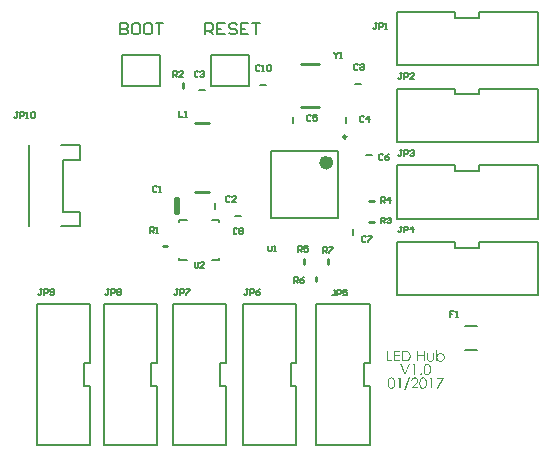
<source format=gto>
G04 Layer_Color=65535*
%FSAX25Y25*%
%MOIN*%
G70*
G01*
G75*
%ADD26C,0.01000*%
%ADD31C,0.00394*%
%ADD32C,0.02362*%
%ADD33C,0.00984*%
%ADD34C,0.00800*%
%ADD35C,0.00500*%
%ADD36C,0.00787*%
G36*
X0399702Y0131207D02*
X0399342D01*
Y0134467D01*
X0398772D01*
X0398987Y0134822D01*
X0399702D01*
Y0131207D01*
D02*
G37*
G36*
X0393997Y0134907D02*
X0394037Y0134902D01*
X0394087Y0134897D01*
X0394142Y0134887D01*
X0394202Y0134872D01*
X0394332Y0134832D01*
X0394397Y0134807D01*
X0394467Y0134777D01*
X0394532Y0134737D01*
X0394597Y0134692D01*
X0394662Y0134642D01*
X0394722Y0134587D01*
X0394727Y0134582D01*
X0394737Y0134572D01*
X0394752Y0134557D01*
X0394772Y0134532D01*
X0394792Y0134502D01*
X0394822Y0134462D01*
X0394847Y0134422D01*
X0394877Y0134372D01*
X0394907Y0134317D01*
X0394932Y0134262D01*
X0394982Y0134132D01*
X0395002Y0134062D01*
X0395017Y0133987D01*
X0395027Y0133907D01*
X0395032Y0133827D01*
Y0133822D01*
Y0133812D01*
Y0133797D01*
Y0133777D01*
X0395027Y0133747D01*
X0395022Y0133717D01*
X0395012Y0133642D01*
X0394997Y0133552D01*
X0394967Y0133457D01*
X0394932Y0133352D01*
X0394882Y0133252D01*
Y0133247D01*
X0394877Y0133242D01*
X0394867Y0133222D01*
X0394852Y0133202D01*
X0394837Y0133177D01*
X0394812Y0133142D01*
X0394787Y0133102D01*
X0394757Y0133062D01*
X0394722Y0133012D01*
X0394677Y0132957D01*
X0394632Y0132897D01*
X0394582Y0132832D01*
X0394522Y0132762D01*
X0394457Y0132687D01*
X0394387Y0132607D01*
X0394312Y0132522D01*
X0393407Y0131552D01*
X0395082D01*
Y0131207D01*
X0392627D01*
X0394007Y0132697D01*
X0394012Y0132702D01*
X0394027Y0132717D01*
X0394047Y0132742D01*
X0394077Y0132772D01*
X0394107Y0132807D01*
X0394147Y0132852D01*
X0394232Y0132947D01*
X0394327Y0133057D01*
X0394412Y0133167D01*
X0394492Y0133272D01*
X0394527Y0133317D01*
X0394552Y0133362D01*
Y0133367D01*
X0394557Y0133372D01*
X0394572Y0133402D01*
X0394592Y0133442D01*
X0394617Y0133502D01*
X0394642Y0133572D01*
X0394662Y0133647D01*
X0394677Y0133732D01*
X0394682Y0133822D01*
Y0133827D01*
Y0133837D01*
Y0133852D01*
X0394677Y0133872D01*
X0394672Y0133932D01*
X0394652Y0134002D01*
X0394627Y0134082D01*
X0394587Y0134172D01*
X0394527Y0134262D01*
X0394492Y0134307D01*
X0394452Y0134347D01*
X0394447Y0134352D01*
X0394442Y0134357D01*
X0394427Y0134367D01*
X0394412Y0134382D01*
X0394362Y0134417D01*
X0394297Y0134462D01*
X0394212Y0134502D01*
X0394117Y0134537D01*
X0394012Y0134562D01*
X0393952Y0134572D01*
X0393857D01*
X0393837Y0134567D01*
X0393807D01*
X0393772Y0134562D01*
X0393692Y0134542D01*
X0393602Y0134517D01*
X0393502Y0134472D01*
X0393407Y0134417D01*
X0393362Y0134377D01*
X0393317Y0134337D01*
Y0134332D01*
X0393307Y0134327D01*
X0393297Y0134312D01*
X0393282Y0134297D01*
X0393262Y0134272D01*
X0393242Y0134242D01*
X0393197Y0134172D01*
X0393152Y0134077D01*
X0393112Y0133967D01*
X0393077Y0133837D01*
X0393057Y0133692D01*
X0392712D01*
Y0133697D01*
Y0133717D01*
X0392717Y0133742D01*
Y0133782D01*
X0392727Y0133827D01*
X0392732Y0133877D01*
X0392747Y0133937D01*
X0392762Y0134002D01*
X0392802Y0134137D01*
X0392832Y0134212D01*
X0392867Y0134287D01*
X0392907Y0134357D01*
X0392952Y0134432D01*
X0393007Y0134502D01*
X0393067Y0134567D01*
X0393072Y0134572D01*
X0393082Y0134582D01*
X0393102Y0134597D01*
X0393127Y0134622D01*
X0393162Y0134647D01*
X0393202Y0134677D01*
X0393247Y0134707D01*
X0393302Y0134742D01*
X0393362Y0134772D01*
X0393427Y0134802D01*
X0393497Y0134832D01*
X0393567Y0134857D01*
X0393647Y0134882D01*
X0393732Y0134897D01*
X0393822Y0134907D01*
X0393912Y0134912D01*
X0393962D01*
X0393997Y0134907D01*
D02*
G37*
G36*
X0398077Y0139425D02*
X0398107D01*
X0398142Y0139420D01*
X0398227Y0139405D01*
X0398327Y0139380D01*
X0398432Y0139345D01*
X0398542Y0139295D01*
X0398652Y0139225D01*
X0398657D01*
X0398667Y0139215D01*
X0398682Y0139205D01*
X0398697Y0139185D01*
X0398752Y0139140D01*
X0398817Y0139070D01*
X0398887Y0138985D01*
X0398962Y0138880D01*
X0399037Y0138760D01*
X0399102Y0138615D01*
Y0138610D01*
X0399107Y0138595D01*
X0399117Y0138575D01*
X0399127Y0138540D01*
X0399142Y0138500D01*
X0399157Y0138450D01*
X0399172Y0138395D01*
X0399187Y0138330D01*
X0399202Y0138255D01*
X0399217Y0138170D01*
X0399232Y0138085D01*
X0399247Y0137985D01*
X0399257Y0137885D01*
X0399267Y0137770D01*
X0399272Y0137655D01*
Y0137530D01*
Y0137520D01*
Y0137500D01*
Y0137465D01*
Y0137420D01*
X0399267Y0137360D01*
X0399262Y0137295D01*
X0399257Y0137220D01*
X0399252Y0137140D01*
X0399232Y0136965D01*
X0399202Y0136785D01*
X0399162Y0136610D01*
X0399137Y0136525D01*
X0399107Y0136445D01*
Y0136440D01*
X0399102Y0136430D01*
X0399092Y0136405D01*
X0399077Y0136380D01*
X0399062Y0136345D01*
X0399042Y0136310D01*
X0398987Y0136220D01*
X0398922Y0136120D01*
X0398847Y0136020D01*
X0398757Y0135925D01*
X0398652Y0135840D01*
X0398647D01*
X0398637Y0135830D01*
X0398622Y0135820D01*
X0398602Y0135810D01*
X0398577Y0135795D01*
X0398542Y0135775D01*
X0398467Y0135740D01*
X0398372Y0135700D01*
X0398262Y0135665D01*
X0398147Y0135645D01*
X0398017Y0135635D01*
X0397982D01*
X0397957Y0135640D01*
X0397927D01*
X0397892Y0135645D01*
X0397807Y0135660D01*
X0397712Y0135685D01*
X0397602Y0135715D01*
X0397497Y0135765D01*
X0397387Y0135830D01*
X0397382D01*
X0397377Y0135840D01*
X0397362Y0135850D01*
X0397342Y0135870D01*
X0397292Y0135915D01*
X0397232Y0135980D01*
X0397162Y0136065D01*
X0397092Y0136165D01*
X0397022Y0136285D01*
X0396957Y0136425D01*
Y0136430D01*
X0396952Y0136445D01*
X0396942Y0136465D01*
X0396932Y0136500D01*
X0396922Y0136540D01*
X0396907Y0136590D01*
X0396892Y0136645D01*
X0396882Y0136710D01*
X0396867Y0136785D01*
X0396852Y0136870D01*
X0396837Y0136960D01*
X0396827Y0137060D01*
X0396817Y0137165D01*
X0396807Y0137280D01*
X0396802Y0137400D01*
Y0137530D01*
Y0137540D01*
Y0137560D01*
Y0137600D01*
X0396807Y0137650D01*
Y0137710D01*
X0396812Y0137775D01*
X0396817Y0137855D01*
X0396822Y0137935D01*
X0396837Y0138115D01*
X0396867Y0138300D01*
X0396902Y0138475D01*
X0396927Y0138560D01*
X0396952Y0138635D01*
Y0138640D01*
X0396957Y0138650D01*
X0396967Y0138670D01*
X0396982Y0138700D01*
X0396997Y0138730D01*
X0397017Y0138770D01*
X0397067Y0138855D01*
X0397127Y0138950D01*
X0397202Y0139050D01*
X0397287Y0139140D01*
X0397387Y0139225D01*
X0397392D01*
X0397402Y0139235D01*
X0397417Y0139245D01*
X0397437Y0139255D01*
X0397462Y0139275D01*
X0397492Y0139290D01*
X0397572Y0139330D01*
X0397662Y0139365D01*
X0397772Y0139400D01*
X0397892Y0139420D01*
X0398017Y0139430D01*
X0398052D01*
X0398077Y0139425D01*
D02*
G37*
G36*
X0394102Y0135725D02*
X0393742D01*
Y0138985D01*
X0393172D01*
X0393387Y0139340D01*
X0394102D01*
Y0135725D01*
D02*
G37*
G36*
X0396052Y0136260D02*
X0396082Y0136255D01*
X0396117Y0136245D01*
X0396152Y0136225D01*
X0396187Y0136205D01*
X0396222Y0136175D01*
X0396227Y0136170D01*
X0396237Y0136160D01*
X0396252Y0136140D01*
X0396267Y0136115D01*
X0396282Y0136085D01*
X0396297Y0136045D01*
X0396307Y0136005D01*
X0396312Y0135960D01*
Y0135955D01*
Y0135940D01*
X0396307Y0135915D01*
X0396302Y0135885D01*
X0396292Y0135850D01*
X0396272Y0135815D01*
X0396252Y0135775D01*
X0396222Y0135740D01*
X0396217Y0135735D01*
X0396207Y0135725D01*
X0396187Y0135715D01*
X0396162Y0135700D01*
X0396132Y0135680D01*
X0396092Y0135670D01*
X0396052Y0135660D01*
X0396007Y0135655D01*
X0395987D01*
X0395962Y0135660D01*
X0395932Y0135665D01*
X0395902Y0135675D01*
X0395862Y0135690D01*
X0395827Y0135710D01*
X0395792Y0135740D01*
X0395787Y0135745D01*
X0395777Y0135755D01*
X0395767Y0135775D01*
X0395752Y0135800D01*
X0395732Y0135835D01*
X0395722Y0135870D01*
X0395712Y0135915D01*
X0395707Y0135960D01*
Y0135965D01*
Y0135980D01*
X0395712Y0136005D01*
X0395717Y0136035D01*
X0395727Y0136070D01*
X0395742Y0136105D01*
X0395762Y0136140D01*
X0395792Y0136175D01*
X0395797Y0136180D01*
X0395807Y0136190D01*
X0395827Y0136205D01*
X0395852Y0136220D01*
X0395882Y0136235D01*
X0395922Y0136250D01*
X0395962Y0136260D01*
X0396007Y0136265D01*
X0396027D01*
X0396052Y0136260D01*
D02*
G37*
G36*
X0386132Y0134907D02*
X0386162D01*
X0386197Y0134902D01*
X0386282Y0134887D01*
X0386382Y0134862D01*
X0386487Y0134827D01*
X0386597Y0134777D01*
X0386707Y0134707D01*
X0386712D01*
X0386722Y0134697D01*
X0386737Y0134687D01*
X0386752Y0134667D01*
X0386807Y0134622D01*
X0386872Y0134552D01*
X0386942Y0134467D01*
X0387017Y0134362D01*
X0387092Y0134242D01*
X0387157Y0134097D01*
Y0134092D01*
X0387162Y0134077D01*
X0387172Y0134057D01*
X0387182Y0134022D01*
X0387197Y0133982D01*
X0387212Y0133932D01*
X0387227Y0133877D01*
X0387242Y0133812D01*
X0387257Y0133737D01*
X0387272Y0133652D01*
X0387287Y0133567D01*
X0387302Y0133467D01*
X0387312Y0133367D01*
X0387322Y0133252D01*
X0387327Y0133137D01*
Y0133012D01*
Y0133002D01*
Y0132982D01*
Y0132947D01*
Y0132902D01*
X0387322Y0132842D01*
X0387317Y0132777D01*
X0387312Y0132702D01*
X0387307Y0132622D01*
X0387287Y0132447D01*
X0387257Y0132267D01*
X0387217Y0132092D01*
X0387192Y0132007D01*
X0387162Y0131927D01*
Y0131922D01*
X0387157Y0131912D01*
X0387147Y0131887D01*
X0387132Y0131862D01*
X0387117Y0131827D01*
X0387097Y0131792D01*
X0387042Y0131702D01*
X0386977Y0131602D01*
X0386902Y0131502D01*
X0386812Y0131407D01*
X0386707Y0131322D01*
X0386702D01*
X0386692Y0131312D01*
X0386677Y0131302D01*
X0386657Y0131292D01*
X0386632Y0131277D01*
X0386597Y0131257D01*
X0386522Y0131222D01*
X0386427Y0131182D01*
X0386317Y0131147D01*
X0386202Y0131127D01*
X0386072Y0131117D01*
X0386037D01*
X0386012Y0131122D01*
X0385982D01*
X0385947Y0131127D01*
X0385862Y0131142D01*
X0385767Y0131167D01*
X0385657Y0131197D01*
X0385552Y0131247D01*
X0385442Y0131312D01*
X0385437D01*
X0385432Y0131322D01*
X0385417Y0131332D01*
X0385397Y0131352D01*
X0385347Y0131397D01*
X0385287Y0131462D01*
X0385217Y0131547D01*
X0385147Y0131647D01*
X0385077Y0131767D01*
X0385012Y0131907D01*
Y0131912D01*
X0385007Y0131927D01*
X0384997Y0131947D01*
X0384987Y0131982D01*
X0384977Y0132022D01*
X0384962Y0132072D01*
X0384947Y0132127D01*
X0384937Y0132192D01*
X0384922Y0132267D01*
X0384907Y0132352D01*
X0384892Y0132442D01*
X0384882Y0132542D01*
X0384872Y0132647D01*
X0384862Y0132762D01*
X0384857Y0132882D01*
Y0133012D01*
Y0133022D01*
Y0133042D01*
Y0133082D01*
X0384862Y0133132D01*
Y0133192D01*
X0384867Y0133257D01*
X0384872Y0133337D01*
X0384877Y0133417D01*
X0384892Y0133597D01*
X0384922Y0133782D01*
X0384957Y0133957D01*
X0384982Y0134042D01*
X0385007Y0134117D01*
Y0134122D01*
X0385012Y0134132D01*
X0385022Y0134152D01*
X0385037Y0134182D01*
X0385052Y0134212D01*
X0385072Y0134252D01*
X0385122Y0134337D01*
X0385182Y0134432D01*
X0385257Y0134532D01*
X0385342Y0134622D01*
X0385442Y0134707D01*
X0385447D01*
X0385457Y0134717D01*
X0385472Y0134727D01*
X0385492Y0134737D01*
X0385517Y0134757D01*
X0385547Y0134772D01*
X0385627Y0134812D01*
X0385717Y0134847D01*
X0385827Y0134882D01*
X0385947Y0134902D01*
X0386072Y0134912D01*
X0386107D01*
X0386132Y0134907D01*
D02*
G37*
G36*
X0390827Y0130717D02*
X0390452D01*
X0391952Y0134912D01*
X0392332D01*
X0390827Y0130717D01*
D02*
G37*
G36*
X0396702Y0134907D02*
X0396732D01*
X0396767Y0134902D01*
X0396852Y0134887D01*
X0396952Y0134862D01*
X0397057Y0134827D01*
X0397167Y0134777D01*
X0397277Y0134707D01*
X0397282D01*
X0397292Y0134697D01*
X0397307Y0134687D01*
X0397322Y0134667D01*
X0397377Y0134622D01*
X0397442Y0134552D01*
X0397512Y0134467D01*
X0397587Y0134362D01*
X0397662Y0134242D01*
X0397727Y0134097D01*
Y0134092D01*
X0397732Y0134077D01*
X0397742Y0134057D01*
X0397752Y0134022D01*
X0397767Y0133982D01*
X0397782Y0133932D01*
X0397797Y0133877D01*
X0397812Y0133812D01*
X0397827Y0133737D01*
X0397842Y0133652D01*
X0397857Y0133567D01*
X0397872Y0133467D01*
X0397882Y0133367D01*
X0397892Y0133252D01*
X0397897Y0133137D01*
Y0133012D01*
Y0133002D01*
Y0132982D01*
Y0132947D01*
Y0132902D01*
X0397892Y0132842D01*
X0397887Y0132777D01*
X0397882Y0132702D01*
X0397877Y0132622D01*
X0397857Y0132447D01*
X0397827Y0132267D01*
X0397787Y0132092D01*
X0397762Y0132007D01*
X0397732Y0131927D01*
Y0131922D01*
X0397727Y0131912D01*
X0397717Y0131887D01*
X0397702Y0131862D01*
X0397687Y0131827D01*
X0397667Y0131792D01*
X0397612Y0131702D01*
X0397547Y0131602D01*
X0397472Y0131502D01*
X0397382Y0131407D01*
X0397277Y0131322D01*
X0397272D01*
X0397262Y0131312D01*
X0397247Y0131302D01*
X0397227Y0131292D01*
X0397202Y0131277D01*
X0397167Y0131257D01*
X0397092Y0131222D01*
X0396997Y0131182D01*
X0396887Y0131147D01*
X0396772Y0131127D01*
X0396642Y0131117D01*
X0396607D01*
X0396582Y0131122D01*
X0396552D01*
X0396517Y0131127D01*
X0396432Y0131142D01*
X0396337Y0131167D01*
X0396227Y0131197D01*
X0396122Y0131247D01*
X0396012Y0131312D01*
X0396007D01*
X0396002Y0131322D01*
X0395987Y0131332D01*
X0395967Y0131352D01*
X0395917Y0131397D01*
X0395857Y0131462D01*
X0395787Y0131547D01*
X0395717Y0131647D01*
X0395647Y0131767D01*
X0395582Y0131907D01*
Y0131912D01*
X0395577Y0131927D01*
X0395567Y0131947D01*
X0395557Y0131982D01*
X0395547Y0132022D01*
X0395532Y0132072D01*
X0395517Y0132127D01*
X0395507Y0132192D01*
X0395492Y0132267D01*
X0395477Y0132352D01*
X0395462Y0132442D01*
X0395452Y0132542D01*
X0395442Y0132647D01*
X0395432Y0132762D01*
X0395427Y0132882D01*
Y0133012D01*
Y0133022D01*
Y0133042D01*
Y0133082D01*
X0395432Y0133132D01*
Y0133192D01*
X0395437Y0133257D01*
X0395442Y0133337D01*
X0395447Y0133417D01*
X0395462Y0133597D01*
X0395492Y0133782D01*
X0395527Y0133957D01*
X0395552Y0134042D01*
X0395577Y0134117D01*
Y0134122D01*
X0395582Y0134132D01*
X0395592Y0134152D01*
X0395607Y0134182D01*
X0395622Y0134212D01*
X0395642Y0134252D01*
X0395692Y0134337D01*
X0395752Y0134432D01*
X0395827Y0134532D01*
X0395912Y0134622D01*
X0396012Y0134707D01*
X0396017D01*
X0396027Y0134717D01*
X0396042Y0134727D01*
X0396062Y0134737D01*
X0396087Y0134757D01*
X0396117Y0134772D01*
X0396197Y0134812D01*
X0396287Y0134847D01*
X0396397Y0134882D01*
X0396517Y0134902D01*
X0396642Y0134912D01*
X0396677D01*
X0396702Y0134907D01*
D02*
G37*
G36*
X0389132Y0131207D02*
X0388772D01*
Y0134467D01*
X0388202D01*
X0388417Y0134822D01*
X0389132D01*
Y0131207D01*
D02*
G37*
G36*
X0401572Y0131117D02*
X0401267Y0131267D01*
X0402937Y0134477D01*
X0401212D01*
Y0134822D01*
X0403502D01*
X0401572Y0131117D01*
D02*
G37*
G36*
X0388872Y0143483D02*
X0387162D01*
Y0142353D01*
X0388857D01*
Y0141998D01*
X0387162D01*
Y0140578D01*
X0388857D01*
Y0140223D01*
X0386802D01*
Y0143838D01*
X0388872D01*
Y0143483D01*
D02*
G37*
G36*
X0384832Y0140578D02*
X0386222D01*
Y0140223D01*
X0384472D01*
Y0143838D01*
X0384832D01*
Y0140578D01*
D02*
G37*
G36*
X0390442Y0143833D02*
X0390517D01*
X0390602Y0143828D01*
X0390697Y0143823D01*
X0390887Y0143803D01*
X0391082Y0143783D01*
X0391177Y0143768D01*
X0391267Y0143748D01*
X0391347Y0143728D01*
X0391422Y0143703D01*
X0391427D01*
X0391447Y0143693D01*
X0391472Y0143683D01*
X0391507Y0143668D01*
X0391552Y0143648D01*
X0391602Y0143623D01*
X0391662Y0143593D01*
X0391722Y0143558D01*
X0391787Y0143513D01*
X0391852Y0143468D01*
X0391922Y0143418D01*
X0391992Y0143358D01*
X0392057Y0143298D01*
X0392122Y0143228D01*
X0392182Y0143148D01*
X0392242Y0143068D01*
X0392247Y0143063D01*
X0392257Y0143048D01*
X0392272Y0143023D01*
X0392287Y0142988D01*
X0392312Y0142943D01*
X0392337Y0142893D01*
X0392362Y0142828D01*
X0392392Y0142763D01*
X0392422Y0142688D01*
X0392447Y0142603D01*
X0392472Y0142513D01*
X0392497Y0142418D01*
X0392512Y0142318D01*
X0392527Y0142213D01*
X0392537Y0142098D01*
X0392542Y0141983D01*
Y0141978D01*
Y0141958D01*
Y0141928D01*
X0392537Y0141893D01*
Y0141843D01*
X0392532Y0141788D01*
X0392522Y0141728D01*
X0392512Y0141658D01*
X0392487Y0141508D01*
X0392442Y0141348D01*
X0392387Y0141183D01*
X0392347Y0141103D01*
X0392307Y0141023D01*
X0392302Y0141018D01*
X0392297Y0141003D01*
X0392282Y0140983D01*
X0392267Y0140958D01*
X0392242Y0140923D01*
X0392212Y0140883D01*
X0392142Y0140793D01*
X0392057Y0140693D01*
X0391952Y0140593D01*
X0391832Y0140498D01*
X0391767Y0140458D01*
X0391697Y0140418D01*
X0391692D01*
X0391682Y0140408D01*
X0391657Y0140398D01*
X0391627Y0140388D01*
X0391592Y0140373D01*
X0391542Y0140358D01*
X0391487Y0140338D01*
X0391427Y0140323D01*
X0391357Y0140303D01*
X0391277Y0140283D01*
X0391192Y0140268D01*
X0391097Y0140253D01*
X0390997Y0140243D01*
X0390887Y0140233D01*
X0390772Y0140223D01*
X0389497D01*
Y0143838D01*
X0390377D01*
X0390442Y0143833D01*
D02*
G37*
G36*
X0397197Y0140223D02*
X0396837D01*
Y0141968D01*
X0394987D01*
Y0140223D01*
X0394627D01*
Y0143838D01*
X0394987D01*
Y0142323D01*
X0396837D01*
Y0143838D01*
X0397197D01*
Y0140223D01*
D02*
G37*
G36*
X0400317Y0141583D02*
Y0141578D01*
Y0141558D01*
Y0141528D01*
Y0141493D01*
X0400312Y0141448D01*
Y0141393D01*
X0400307Y0141333D01*
X0400302Y0141273D01*
X0400287Y0141133D01*
X0400262Y0140998D01*
X0400232Y0140863D01*
X0400212Y0140803D01*
X0400187Y0140748D01*
Y0140743D01*
X0400182Y0140738D01*
X0400172Y0140723D01*
X0400162Y0140703D01*
X0400132Y0140653D01*
X0400092Y0140588D01*
X0400037Y0140518D01*
X0399967Y0140443D01*
X0399887Y0140373D01*
X0399797Y0140308D01*
X0399792D01*
X0399787Y0140303D01*
X0399772Y0140293D01*
X0399752Y0140283D01*
X0399727Y0140273D01*
X0399692Y0140258D01*
X0399617Y0140233D01*
X0399522Y0140203D01*
X0399412Y0140178D01*
X0399287Y0140158D01*
X0399147Y0140153D01*
X0399107D01*
X0399082Y0140158D01*
X0399047D01*
X0399012Y0140163D01*
X0398917Y0140173D01*
X0398817Y0140193D01*
X0398707Y0140218D01*
X0398597Y0140258D01*
X0398492Y0140308D01*
X0398487D01*
X0398482Y0140318D01*
X0398452Y0140338D01*
X0398402Y0140373D01*
X0398347Y0140423D01*
X0398282Y0140488D01*
X0398217Y0140563D01*
X0398157Y0140653D01*
X0398102Y0140753D01*
Y0140758D01*
X0398097Y0140768D01*
X0398092Y0140783D01*
X0398082Y0140808D01*
X0398072Y0140838D01*
X0398062Y0140873D01*
X0398052Y0140918D01*
X0398042Y0140968D01*
X0398027Y0141023D01*
X0398017Y0141088D01*
X0398007Y0141158D01*
X0397997Y0141233D01*
X0397987Y0141318D01*
X0397982Y0141408D01*
X0397977Y0141503D01*
Y0141608D01*
Y0142898D01*
X0398322D01*
Y0141648D01*
Y0141643D01*
Y0141628D01*
Y0141603D01*
Y0141573D01*
Y0141538D01*
X0398327Y0141493D01*
Y0141398D01*
X0398332Y0141293D01*
X0398342Y0141188D01*
X0398352Y0141093D01*
X0398357Y0141053D01*
X0398367Y0141018D01*
Y0141013D01*
X0398372Y0141008D01*
X0398382Y0140978D01*
X0398402Y0140933D01*
X0398432Y0140878D01*
X0398467Y0140813D01*
X0398517Y0140748D01*
X0398577Y0140688D01*
X0398647Y0140628D01*
X0398657Y0140623D01*
X0398687Y0140608D01*
X0398727Y0140583D01*
X0398787Y0140558D01*
X0398862Y0140533D01*
X0398947Y0140508D01*
X0399042Y0140493D01*
X0399147Y0140488D01*
X0399197D01*
X0399247Y0140493D01*
X0399317Y0140503D01*
X0399392Y0140523D01*
X0399477Y0140543D01*
X0399557Y0140578D01*
X0399637Y0140623D01*
X0399647Y0140628D01*
X0399672Y0140648D01*
X0399702Y0140678D01*
X0399747Y0140723D01*
X0399792Y0140773D01*
X0399837Y0140838D01*
X0399877Y0140908D01*
X0399912Y0140988D01*
X0399917Y0140998D01*
X0399922Y0141018D01*
X0399927Y0141038D01*
X0399932Y0141063D01*
X0399937Y0141093D01*
X0399942Y0141128D01*
X0399947Y0141168D01*
X0399952Y0141218D01*
Y0141273D01*
X0399957Y0141333D01*
X0399962Y0141398D01*
X0399967Y0141473D01*
Y0141558D01*
Y0141648D01*
Y0142898D01*
X0400317D01*
Y0141583D01*
D02*
G37*
G36*
X0401447Y0142438D02*
X0401452Y0142443D01*
X0401457Y0142448D01*
X0401467Y0142463D01*
X0401487Y0142483D01*
X0401527Y0142528D01*
X0401587Y0142588D01*
X0401657Y0142653D01*
X0401742Y0142718D01*
X0401832Y0142778D01*
X0401927Y0142833D01*
X0401932D01*
X0401937Y0142838D01*
X0401952Y0142848D01*
X0401972Y0142853D01*
X0402002Y0142863D01*
X0402027Y0142878D01*
X0402102Y0142903D01*
X0402192Y0142923D01*
X0402292Y0142948D01*
X0402402Y0142963D01*
X0402517Y0142968D01*
X0402542D01*
X0402572Y0142963D01*
X0402612D01*
X0402662Y0142953D01*
X0402717Y0142948D01*
X0402782Y0142933D01*
X0402852Y0142918D01*
X0402922Y0142893D01*
X0403002Y0142868D01*
X0403082Y0142833D01*
X0403162Y0142793D01*
X0403247Y0142748D01*
X0403327Y0142688D01*
X0403407Y0142628D01*
X0403482Y0142553D01*
X0403487Y0142548D01*
X0403502Y0142533D01*
X0403522Y0142513D01*
X0403547Y0142478D01*
X0403577Y0142438D01*
X0403612Y0142393D01*
X0403647Y0142338D01*
X0403687Y0142273D01*
X0403722Y0142203D01*
X0403757Y0142128D01*
X0403792Y0142048D01*
X0403822Y0141958D01*
X0403852Y0141863D01*
X0403872Y0141768D01*
X0403882Y0141663D01*
X0403887Y0141553D01*
Y0141548D01*
Y0141528D01*
X0403882Y0141498D01*
Y0141458D01*
X0403877Y0141408D01*
X0403867Y0141348D01*
X0403852Y0141283D01*
X0403837Y0141213D01*
X0403812Y0141138D01*
X0403787Y0141058D01*
X0403752Y0140973D01*
X0403712Y0140893D01*
X0403667Y0140808D01*
X0403612Y0140723D01*
X0403547Y0140643D01*
X0403477Y0140563D01*
X0403472Y0140558D01*
X0403457Y0140548D01*
X0403437Y0140523D01*
X0403407Y0140498D01*
X0403367Y0140468D01*
X0403317Y0140433D01*
X0403267Y0140398D01*
X0403202Y0140358D01*
X0403137Y0140318D01*
X0403062Y0140283D01*
X0402982Y0140248D01*
X0402897Y0140218D01*
X0402807Y0140193D01*
X0402712Y0140173D01*
X0402612Y0140158D01*
X0402507Y0140153D01*
X0402452D01*
X0402422Y0140158D01*
X0402387Y0140163D01*
X0402307Y0140173D01*
X0402217Y0140188D01*
X0402117Y0140213D01*
X0402012Y0140248D01*
X0401912Y0140293D01*
X0401907D01*
X0401902Y0140298D01*
X0401887Y0140308D01*
X0401867Y0140318D01*
X0401817Y0140353D01*
X0401757Y0140398D01*
X0401682Y0140458D01*
X0401602Y0140528D01*
X0401527Y0140613D01*
X0401447Y0140713D01*
Y0140223D01*
X0401102D01*
Y0143928D01*
X0401447D01*
Y0142438D01*
D02*
G37*
G36*
X0390717Y0135725D02*
X0390637D01*
X0389087Y0139340D01*
X0389477D01*
X0390682Y0136530D01*
X0391902Y0139340D01*
X0392292D01*
X0390717Y0135725D01*
D02*
G37*
%LPC*%
G36*
X0398027Y0139090D02*
X0397987D01*
X0397942Y0139080D01*
X0397882Y0139070D01*
X0397812Y0139050D01*
X0397732Y0139020D01*
X0397652Y0138980D01*
X0397572Y0138925D01*
X0397562Y0138920D01*
X0397537Y0138895D01*
X0397502Y0138860D01*
X0397452Y0138805D01*
X0397402Y0138740D01*
X0397347Y0138655D01*
X0397297Y0138560D01*
X0397252Y0138450D01*
Y0138445D01*
X0397247Y0138435D01*
X0397242Y0138415D01*
X0397237Y0138390D01*
X0397227Y0138360D01*
X0397217Y0138320D01*
X0397207Y0138275D01*
X0397197Y0138220D01*
X0397187Y0138155D01*
X0397177Y0138090D01*
X0397167Y0138010D01*
X0397157Y0137930D01*
X0397152Y0137840D01*
X0397147Y0137740D01*
X0397142Y0137635D01*
Y0137525D01*
Y0137520D01*
Y0137500D01*
Y0137465D01*
Y0137425D01*
X0397147Y0137375D01*
Y0137315D01*
X0397152Y0137250D01*
X0397157Y0137180D01*
X0397167Y0137030D01*
X0397187Y0136875D01*
X0397212Y0136725D01*
X0397227Y0136660D01*
X0397247Y0136595D01*
Y0136590D01*
X0397252Y0136580D01*
X0397257Y0136565D01*
X0397267Y0136545D01*
X0397292Y0136485D01*
X0397327Y0136420D01*
X0397377Y0136340D01*
X0397432Y0136260D01*
X0397497Y0136185D01*
X0397572Y0136120D01*
X0397577D01*
X0397582Y0136115D01*
X0397612Y0136095D01*
X0397652Y0136070D01*
X0397712Y0136040D01*
X0397777Y0136010D01*
X0397857Y0135985D01*
X0397937Y0135965D01*
X0398027Y0135960D01*
X0398037D01*
X0398067Y0135965D01*
X0398112Y0135970D01*
X0398172Y0135980D01*
X0398242Y0136000D01*
X0398317Y0136025D01*
X0398397Y0136065D01*
X0398477Y0136115D01*
X0398487Y0136125D01*
X0398512Y0136145D01*
X0398547Y0136180D01*
X0398597Y0136235D01*
X0398647Y0136300D01*
X0398697Y0136385D01*
X0398747Y0136480D01*
X0398792Y0136590D01*
Y0136595D01*
X0398797Y0136610D01*
X0398807Y0136630D01*
X0398812Y0136660D01*
X0398827Y0136695D01*
X0398837Y0136740D01*
X0398847Y0136795D01*
X0398862Y0136855D01*
X0398877Y0136920D01*
X0398887Y0136990D01*
X0398902Y0137065D01*
X0398912Y0137150D01*
X0398917Y0137235D01*
X0398927Y0137330D01*
X0398932Y0137525D01*
Y0137530D01*
Y0137550D01*
Y0137580D01*
Y0137615D01*
X0398927Y0137660D01*
Y0137715D01*
X0398922Y0137775D01*
X0398917Y0137840D01*
X0398902Y0137980D01*
X0398877Y0138130D01*
X0398847Y0138280D01*
X0398807Y0138415D01*
Y0138420D01*
X0398802Y0138430D01*
X0398797Y0138450D01*
X0398787Y0138470D01*
X0398772Y0138500D01*
X0398757Y0138535D01*
X0398722Y0138610D01*
X0398672Y0138695D01*
X0398617Y0138780D01*
X0398547Y0138855D01*
X0398472Y0138925D01*
X0398462Y0138930D01*
X0398437Y0138950D01*
X0398392Y0138975D01*
X0398337Y0139010D01*
X0398272Y0139040D01*
X0398197Y0139065D01*
X0398112Y0139085D01*
X0398027Y0139090D01*
D02*
G37*
G36*
X0386082Y0134572D02*
X0386042D01*
X0385997Y0134562D01*
X0385937Y0134552D01*
X0385867Y0134532D01*
X0385787Y0134502D01*
X0385707Y0134462D01*
X0385627Y0134407D01*
X0385617Y0134402D01*
X0385592Y0134377D01*
X0385557Y0134342D01*
X0385507Y0134287D01*
X0385457Y0134222D01*
X0385402Y0134137D01*
X0385352Y0134042D01*
X0385307Y0133932D01*
Y0133927D01*
X0385302Y0133917D01*
X0385297Y0133897D01*
X0385292Y0133872D01*
X0385282Y0133842D01*
X0385272Y0133802D01*
X0385262Y0133757D01*
X0385252Y0133702D01*
X0385242Y0133637D01*
X0385232Y0133572D01*
X0385222Y0133492D01*
X0385212Y0133412D01*
X0385207Y0133322D01*
X0385202Y0133222D01*
X0385197Y0133117D01*
Y0133007D01*
Y0133002D01*
Y0132982D01*
Y0132947D01*
Y0132907D01*
X0385202Y0132857D01*
Y0132797D01*
X0385207Y0132732D01*
X0385212Y0132662D01*
X0385222Y0132512D01*
X0385242Y0132357D01*
X0385267Y0132207D01*
X0385282Y0132142D01*
X0385302Y0132077D01*
Y0132072D01*
X0385307Y0132062D01*
X0385312Y0132047D01*
X0385322Y0132027D01*
X0385347Y0131967D01*
X0385382Y0131902D01*
X0385432Y0131822D01*
X0385487Y0131742D01*
X0385552Y0131667D01*
X0385627Y0131602D01*
X0385632D01*
X0385637Y0131597D01*
X0385667Y0131577D01*
X0385707Y0131552D01*
X0385767Y0131522D01*
X0385832Y0131492D01*
X0385912Y0131467D01*
X0385992Y0131447D01*
X0386082Y0131442D01*
X0386092D01*
X0386122Y0131447D01*
X0386167Y0131452D01*
X0386227Y0131462D01*
X0386297Y0131482D01*
X0386372Y0131507D01*
X0386452Y0131547D01*
X0386532Y0131597D01*
X0386542Y0131607D01*
X0386567Y0131627D01*
X0386602Y0131662D01*
X0386652Y0131717D01*
X0386702Y0131782D01*
X0386752Y0131867D01*
X0386802Y0131962D01*
X0386847Y0132072D01*
Y0132077D01*
X0386852Y0132092D01*
X0386862Y0132112D01*
X0386867Y0132142D01*
X0386882Y0132177D01*
X0386892Y0132222D01*
X0386902Y0132277D01*
X0386917Y0132337D01*
X0386932Y0132402D01*
X0386942Y0132472D01*
X0386957Y0132547D01*
X0386967Y0132632D01*
X0386972Y0132717D01*
X0386982Y0132812D01*
X0386987Y0133007D01*
Y0133012D01*
Y0133032D01*
Y0133062D01*
Y0133097D01*
X0386982Y0133142D01*
Y0133197D01*
X0386977Y0133257D01*
X0386972Y0133322D01*
X0386957Y0133462D01*
X0386932Y0133612D01*
X0386902Y0133762D01*
X0386862Y0133897D01*
Y0133902D01*
X0386857Y0133912D01*
X0386852Y0133932D01*
X0386842Y0133952D01*
X0386827Y0133982D01*
X0386812Y0134017D01*
X0386777Y0134092D01*
X0386727Y0134177D01*
X0386672Y0134262D01*
X0386602Y0134337D01*
X0386527Y0134407D01*
X0386517Y0134412D01*
X0386492Y0134432D01*
X0386447Y0134457D01*
X0386392Y0134492D01*
X0386327Y0134522D01*
X0386252Y0134547D01*
X0386167Y0134567D01*
X0386082Y0134572D01*
D02*
G37*
G36*
X0396652D02*
X0396612D01*
X0396567Y0134562D01*
X0396507Y0134552D01*
X0396437Y0134532D01*
X0396357Y0134502D01*
X0396277Y0134462D01*
X0396197Y0134407D01*
X0396187Y0134402D01*
X0396162Y0134377D01*
X0396127Y0134342D01*
X0396077Y0134287D01*
X0396027Y0134222D01*
X0395972Y0134137D01*
X0395922Y0134042D01*
X0395877Y0133932D01*
Y0133927D01*
X0395872Y0133917D01*
X0395867Y0133897D01*
X0395862Y0133872D01*
X0395852Y0133842D01*
X0395842Y0133802D01*
X0395832Y0133757D01*
X0395822Y0133702D01*
X0395812Y0133637D01*
X0395802Y0133572D01*
X0395792Y0133492D01*
X0395782Y0133412D01*
X0395777Y0133322D01*
X0395772Y0133222D01*
X0395767Y0133117D01*
Y0133007D01*
Y0133002D01*
Y0132982D01*
Y0132947D01*
Y0132907D01*
X0395772Y0132857D01*
Y0132797D01*
X0395777Y0132732D01*
X0395782Y0132662D01*
X0395792Y0132512D01*
X0395812Y0132357D01*
X0395837Y0132207D01*
X0395852Y0132142D01*
X0395872Y0132077D01*
Y0132072D01*
X0395877Y0132062D01*
X0395882Y0132047D01*
X0395892Y0132027D01*
X0395917Y0131967D01*
X0395952Y0131902D01*
X0396002Y0131822D01*
X0396057Y0131742D01*
X0396122Y0131667D01*
X0396197Y0131602D01*
X0396202D01*
X0396207Y0131597D01*
X0396237Y0131577D01*
X0396277Y0131552D01*
X0396337Y0131522D01*
X0396402Y0131492D01*
X0396482Y0131467D01*
X0396562Y0131447D01*
X0396652Y0131442D01*
X0396662D01*
X0396692Y0131447D01*
X0396737Y0131452D01*
X0396797Y0131462D01*
X0396867Y0131482D01*
X0396942Y0131507D01*
X0397022Y0131547D01*
X0397102Y0131597D01*
X0397112Y0131607D01*
X0397137Y0131627D01*
X0397172Y0131662D01*
X0397222Y0131717D01*
X0397272Y0131782D01*
X0397322Y0131867D01*
X0397372Y0131962D01*
X0397417Y0132072D01*
Y0132077D01*
X0397422Y0132092D01*
X0397432Y0132112D01*
X0397437Y0132142D01*
X0397452Y0132177D01*
X0397462Y0132222D01*
X0397472Y0132277D01*
X0397487Y0132337D01*
X0397502Y0132402D01*
X0397512Y0132472D01*
X0397527Y0132547D01*
X0397537Y0132632D01*
X0397542Y0132717D01*
X0397552Y0132812D01*
X0397557Y0133007D01*
Y0133012D01*
Y0133032D01*
Y0133062D01*
Y0133097D01*
X0397552Y0133142D01*
Y0133197D01*
X0397547Y0133257D01*
X0397542Y0133322D01*
X0397527Y0133462D01*
X0397502Y0133612D01*
X0397472Y0133762D01*
X0397432Y0133897D01*
Y0133902D01*
X0397427Y0133912D01*
X0397422Y0133932D01*
X0397412Y0133952D01*
X0397397Y0133982D01*
X0397382Y0134017D01*
X0397347Y0134092D01*
X0397297Y0134177D01*
X0397242Y0134262D01*
X0397172Y0134337D01*
X0397097Y0134407D01*
X0397087Y0134412D01*
X0397062Y0134432D01*
X0397017Y0134457D01*
X0396962Y0134492D01*
X0396897Y0134522D01*
X0396822Y0134547D01*
X0396737Y0134567D01*
X0396652Y0134572D01*
D02*
G37*
G36*
X0390237Y0143483D02*
X0389842D01*
Y0140563D01*
X0390377D01*
X0390442Y0140568D01*
X0390512D01*
X0390587Y0140573D01*
X0390667D01*
X0390842Y0140583D01*
X0391012Y0140603D01*
X0391092Y0140613D01*
X0391167Y0140623D01*
X0391237Y0140638D01*
X0391297Y0140653D01*
X0391302D01*
X0391317Y0140658D01*
X0391337Y0140668D01*
X0391362Y0140678D01*
X0391397Y0140693D01*
X0391437Y0140713D01*
X0391527Y0140763D01*
X0391632Y0140828D01*
X0391737Y0140913D01*
X0391842Y0141013D01*
X0391937Y0141133D01*
X0391942Y0141138D01*
X0391947Y0141148D01*
X0391957Y0141168D01*
X0391972Y0141193D01*
X0391992Y0141228D01*
X0392012Y0141268D01*
X0392032Y0141313D01*
X0392057Y0141368D01*
X0392077Y0141428D01*
X0392097Y0141488D01*
X0392117Y0141558D01*
X0392137Y0141633D01*
X0392162Y0141793D01*
X0392172Y0141883D01*
Y0141973D01*
Y0141978D01*
Y0141998D01*
Y0142023D01*
X0392167Y0142063D01*
X0392162Y0142108D01*
X0392157Y0142158D01*
X0392152Y0142218D01*
X0392142Y0142283D01*
X0392112Y0142423D01*
X0392067Y0142573D01*
X0392037Y0142648D01*
X0392002Y0142723D01*
X0391962Y0142798D01*
X0391917Y0142868D01*
X0391912Y0142873D01*
X0391907Y0142883D01*
X0391892Y0142903D01*
X0391872Y0142928D01*
X0391842Y0142958D01*
X0391812Y0142993D01*
X0391777Y0143028D01*
X0391732Y0143073D01*
X0391687Y0143113D01*
X0391632Y0143153D01*
X0391577Y0143198D01*
X0391512Y0143238D01*
X0391372Y0143318D01*
X0391292Y0143348D01*
X0391212Y0143378D01*
X0391207D01*
X0391197Y0143383D01*
X0391177Y0143388D01*
X0391147Y0143393D01*
X0391112Y0143403D01*
X0391062Y0143413D01*
X0391007Y0143423D01*
X0390947Y0143433D01*
X0390872Y0143438D01*
X0390792Y0143448D01*
X0390697Y0143458D01*
X0390597Y0143468D01*
X0390487Y0143473D01*
X0390367Y0143478D01*
X0390237Y0143483D01*
D02*
G37*
G36*
X0402487Y0142653D02*
X0402437D01*
X0402382Y0142648D01*
X0402312Y0142633D01*
X0402232Y0142618D01*
X0402137Y0142593D01*
X0402042Y0142558D01*
X0401947Y0142508D01*
X0401942D01*
X0401937Y0142503D01*
X0401907Y0142483D01*
X0401862Y0142448D01*
X0401807Y0142403D01*
X0401742Y0142348D01*
X0401677Y0142283D01*
X0401617Y0142203D01*
X0401562Y0142118D01*
Y0142113D01*
X0401557Y0142108D01*
X0401552Y0142093D01*
X0401542Y0142078D01*
X0401517Y0142028D01*
X0401497Y0141958D01*
X0401472Y0141878D01*
X0401447Y0141783D01*
X0401432Y0141683D01*
X0401427Y0141568D01*
Y0141563D01*
Y0141548D01*
Y0141523D01*
X0401432Y0141493D01*
X0401437Y0141453D01*
X0401442Y0141403D01*
X0401452Y0141353D01*
X0401467Y0141298D01*
X0401502Y0141173D01*
X0401527Y0141108D01*
X0401557Y0141043D01*
X0401592Y0140978D01*
X0401632Y0140913D01*
X0401677Y0140853D01*
X0401732Y0140793D01*
X0401737Y0140788D01*
X0401747Y0140778D01*
X0401762Y0140763D01*
X0401787Y0140743D01*
X0401817Y0140723D01*
X0401852Y0140693D01*
X0401892Y0140668D01*
X0401942Y0140638D01*
X0401992Y0140608D01*
X0402047Y0140583D01*
X0402177Y0140533D01*
X0402247Y0140513D01*
X0402322Y0140498D01*
X0402402Y0140488D01*
X0402482Y0140483D01*
X0402532D01*
X0402587Y0140493D01*
X0402657Y0140503D01*
X0402737Y0140518D01*
X0402822Y0140543D01*
X0402917Y0140578D01*
X0403007Y0140623D01*
X0403012D01*
X0403017Y0140628D01*
X0403047Y0140648D01*
X0403092Y0140683D01*
X0403147Y0140723D01*
X0403212Y0140783D01*
X0403277Y0140848D01*
X0403337Y0140928D01*
X0403397Y0141018D01*
Y0141023D01*
X0403402Y0141028D01*
X0403412Y0141043D01*
X0403422Y0141063D01*
X0403442Y0141113D01*
X0403472Y0141183D01*
X0403497Y0141263D01*
X0403522Y0141358D01*
X0403537Y0141458D01*
X0403542Y0141563D01*
Y0141568D01*
Y0141578D01*
Y0141593D01*
Y0141613D01*
X0403537Y0141668D01*
X0403522Y0141738D01*
X0403507Y0141818D01*
X0403482Y0141913D01*
X0403447Y0142008D01*
X0403397Y0142103D01*
Y0142108D01*
X0403392Y0142113D01*
X0403372Y0142148D01*
X0403337Y0142193D01*
X0403292Y0142253D01*
X0403237Y0142318D01*
X0403172Y0142383D01*
X0403092Y0142448D01*
X0403007Y0142508D01*
X0403002D01*
X0402997Y0142513D01*
X0402982Y0142523D01*
X0402967Y0142533D01*
X0402917Y0142553D01*
X0402852Y0142583D01*
X0402772Y0142608D01*
X0402682Y0142633D01*
X0402587Y0142648D01*
X0402487Y0142653D01*
D02*
G37*
%LPD*%
D26*
X0364961Y0172835D02*
Y0174409D01*
X0361024Y0166929D02*
Y0168504D01*
X0357087Y0172835D02*
Y0174409D01*
X0378740Y0193701D02*
X0380315D01*
X0378740Y0186811D02*
X0380315D01*
X0316535Y0231496D02*
Y0233071D01*
X0309842Y0178740D02*
X0311417D01*
X0320472Y0196851D02*
X0325197D01*
X0320472Y0219685D02*
X0325197D01*
X0315067Y0189626D02*
Y0194626D01*
X0314067Y0189626D02*
Y0194626D01*
X0315067D01*
X0314067Y0189626D02*
X0315067D01*
X0356005Y0225033D02*
X0362105D01*
X0356005Y0239533D02*
X0362105D01*
D31*
X0313976Y0187402D02*
G03*
X0313976Y0187402I-0000197J0000000D01*
G01*
D32*
X0365551Y0206496D02*
G03*
X0365551Y0206496I-0001181J0000000D01*
G01*
D33*
X0371063Y0215059D02*
G03*
X0371063Y0215059I-0000492J0000000D01*
G01*
D34*
X0387943Y0239000D02*
Y0256784D01*
X0415380Y0254816D02*
Y0256784D01*
X0407443Y0254816D02*
Y0256784D01*
Y0254816D02*
X0415380D01*
Y0256784D02*
X0434869D01*
X0387943D02*
X0407443D01*
X0387943Y0239000D02*
X0434869D01*
Y0256784D01*
X0361047Y0159327D02*
X0378831D01*
X0376863Y0131890D02*
X0378831D01*
X0376863Y0139827D02*
X0378831D01*
X0376863Y0131890D02*
Y0139827D01*
X0378831Y0112402D02*
Y0131890D01*
Y0139827D02*
Y0159327D01*
X0361047Y0112402D02*
Y0159327D01*
Y0112402D02*
X0378831D01*
X0276666Y0190160D02*
X0282166D01*
X0276666D02*
Y0207521D01*
X0282166D01*
X0265158Y0185460D02*
Y0212246D01*
X0275866Y0185460D02*
X0282166D01*
Y0190160D01*
Y0207521D02*
Y0212246D01*
X0275866D02*
X0282166D01*
X0387917Y0213409D02*
Y0231194D01*
X0415354Y0229225D02*
Y0231194D01*
X0407417Y0229225D02*
Y0231194D01*
Y0229225D02*
X0415354D01*
Y0231194D02*
X0434843D01*
X0387917D02*
X0407417D01*
X0387917Y0213409D02*
X0434843D01*
Y0231194D01*
X0387943Y0187819D02*
Y0205603D01*
X0415380Y0203635D02*
Y0205603D01*
X0407443Y0203635D02*
Y0205603D01*
Y0203635D02*
X0415380D01*
Y0205603D02*
X0434869D01*
X0387943D02*
X0407443D01*
X0387943Y0187819D02*
X0434869D01*
Y0205603D01*
X0387917Y0162228D02*
Y0180013D01*
X0415354Y0178044D02*
Y0180013D01*
X0407417Y0178044D02*
Y0180013D01*
Y0178044D02*
X0415354D01*
Y0180013D02*
X0434843D01*
X0387917D02*
X0407417D01*
X0387917Y0162228D02*
X0434843D01*
Y0180013D01*
X0336669Y0159327D02*
X0354454D01*
X0352485Y0131890D02*
X0354454D01*
X0352485Y0139827D02*
X0354454D01*
X0352485Y0131890D02*
Y0139827D01*
X0354454Y0112402D02*
Y0131890D01*
Y0139827D02*
Y0159327D01*
X0336669Y0112402D02*
Y0159327D01*
Y0112402D02*
X0354454D01*
X0313169Y0159327D02*
X0330954D01*
X0328985Y0131890D02*
X0330954D01*
X0328985Y0139827D02*
X0330954D01*
X0328985Y0131890D02*
Y0139827D01*
X0330954Y0112402D02*
Y0131890D01*
Y0139827D02*
Y0159327D01*
X0313169Y0112402D02*
Y0159327D01*
Y0112402D02*
X0330954D01*
X0290181Y0159327D02*
X0307965D01*
X0305997Y0131890D02*
X0307965D01*
X0305997Y0139827D02*
X0307965D01*
X0305997Y0131890D02*
Y0139827D01*
X0307965Y0112402D02*
Y0131890D01*
Y0139827D02*
Y0159327D01*
X0290181Y0112402D02*
Y0159327D01*
Y0112402D02*
X0307965D01*
X0267864Y0159327D02*
X0285648D01*
X0283680Y0131890D02*
X0285648D01*
X0283680Y0139827D02*
X0285648D01*
X0283680Y0131890D02*
Y0139827D01*
X0285648Y0112402D02*
Y0131890D01*
Y0139827D02*
Y0159327D01*
X0267864Y0112402D02*
Y0159327D01*
Y0112402D02*
X0285648D01*
D35*
X0334039Y0188582D02*
X0336039D01*
X0321835Y0230709D02*
X0323835D01*
X0327166Y0191126D02*
Y0193126D01*
X0373189Y0182465D02*
Y0184465D01*
X0370866Y0219866D02*
Y0221866D01*
X0353149Y0219866D02*
Y0221866D01*
X0377740Y0209055D02*
X0379740D01*
X0373803Y0232638D02*
X0375803D01*
X0342307Y0232283D02*
X0344307D01*
D36*
X0325984Y0232087D02*
X0338583D01*
X0325984Y0242323D02*
X0338583D01*
X0325984Y0232087D02*
Y0242323D01*
X0338583Y0232087D02*
Y0242323D01*
X0296260D02*
X0308858D01*
X0296260Y0232087D02*
X0308858D01*
Y0242323D01*
X0296260Y0232087D02*
Y0242323D01*
X0315354Y0186713D02*
Y0187402D01*
Y0174016D02*
Y0174705D01*
X0328740Y0186713D02*
Y0187402D01*
Y0174016D02*
Y0174705D01*
X0315354Y0187402D02*
X0317933D01*
X0326161D02*
X0328740D01*
X0315354Y0174016D02*
X0317933D01*
X0326161D02*
X0328740D01*
X0410630Y0151968D02*
X0414567D01*
X0410630Y0144094D02*
X0414567D01*
X0345866Y0187992D02*
Y0210433D01*
X0368307Y0187992D02*
Y0210433D01*
X0345866Y0187992D02*
X0368307D01*
X0345866Y0210433D02*
X0368307D01*
X0381233Y0253149D02*
X0380577D01*
X0380905D01*
Y0251509D01*
X0380577Y0251181D01*
X0380249D01*
X0379921Y0251509D01*
X0381889Y0251181D02*
Y0253149D01*
X0382873D01*
X0383201Y0252821D01*
Y0252165D01*
X0382873Y0251837D01*
X0381889D01*
X0383857Y0251181D02*
X0384513D01*
X0384185D01*
Y0253149D01*
X0383857Y0252821D01*
X0334776Y0184317D02*
X0334449Y0184645D01*
X0333792D01*
X0333465Y0184317D01*
Y0183005D01*
X0333792Y0182677D01*
X0334449D01*
X0334776Y0183005D01*
X0335432Y0184317D02*
X0335760Y0184645D01*
X0336416D01*
X0336744Y0184317D01*
Y0183989D01*
X0336416Y0183661D01*
X0336744Y0183333D01*
Y0183005D01*
X0336416Y0182677D01*
X0335760D01*
X0335432Y0183005D01*
Y0183333D01*
X0335760Y0183661D01*
X0335432Y0183989D01*
Y0184317D01*
X0335760Y0183661D02*
X0336416D01*
X0367454Y0164173D02*
X0366798D01*
X0367126D01*
Y0162533D01*
X0366798Y0162205D01*
X0366470D01*
X0366142Y0162533D01*
X0368110Y0162205D02*
Y0164173D01*
X0369093D01*
X0369422Y0163845D01*
Y0163189D01*
X0369093Y0162861D01*
X0368110D01*
X0371389Y0164173D02*
X0370077D01*
Y0163189D01*
X0370733Y0163517D01*
X0371061D01*
X0371389Y0163189D01*
Y0162533D01*
X0371061Y0162205D01*
X0370405D01*
X0370077Y0162533D01*
X0382677Y0186221D02*
Y0188188D01*
X0383661D01*
X0383989Y0187860D01*
Y0187204D01*
X0383661Y0186876D01*
X0382677D01*
X0383333D02*
X0383989Y0186221D01*
X0384645Y0187860D02*
X0384973Y0188188D01*
X0385629D01*
X0385957Y0187860D01*
Y0187532D01*
X0385629Y0187204D01*
X0385301D01*
X0385629D01*
X0385957Y0186876D01*
Y0186548D01*
X0385629Y0186221D01*
X0384973D01*
X0384645Y0186548D01*
X0324016Y0249213D02*
Y0253148D01*
X0325984D01*
X0326640Y0252492D01*
Y0251181D01*
X0325984Y0250524D01*
X0324016D01*
X0325328D02*
X0326640Y0249213D01*
X0330575Y0253148D02*
X0327952D01*
Y0249213D01*
X0330575D01*
X0327952Y0251181D02*
X0329263D01*
X0334511Y0252492D02*
X0333855Y0253148D01*
X0332543D01*
X0331887Y0252492D01*
Y0251836D01*
X0332543Y0251181D01*
X0333855D01*
X0334511Y0250524D01*
Y0249869D01*
X0333855Y0249213D01*
X0332543D01*
X0331887Y0249869D01*
X0338447Y0253148D02*
X0335823D01*
Y0249213D01*
X0338447D01*
X0335823Y0251181D02*
X0337135D01*
X0339759Y0253148D02*
X0342383D01*
X0341071D01*
Y0249213D01*
X0295669Y0253148D02*
Y0249213D01*
X0297637D01*
X0298293Y0249869D01*
Y0250524D01*
X0297637Y0251181D01*
X0295669D01*
X0297637D01*
X0298293Y0251836D01*
Y0252492D01*
X0297637Y0253148D01*
X0295669D01*
X0301573D02*
X0300261D01*
X0299605Y0252492D01*
Y0249869D01*
X0300261Y0249213D01*
X0301573D01*
X0302229Y0249869D01*
Y0252492D01*
X0301573Y0253148D01*
X0305509D02*
X0304197D01*
X0303541Y0252492D01*
Y0249869D01*
X0304197Y0249213D01*
X0305509D01*
X0306165Y0249869D01*
Y0252492D01*
X0305509Y0253148D01*
X0307476D02*
X0310100D01*
X0308788D01*
Y0249213D01*
X0321784Y0236679D02*
X0321456Y0237007D01*
X0320800D01*
X0320472Y0236679D01*
Y0235367D01*
X0320800Y0235039D01*
X0321456D01*
X0321784Y0235367D01*
X0322440Y0236679D02*
X0322768Y0237007D01*
X0323424D01*
X0323752Y0236679D01*
Y0236351D01*
X0323424Y0236023D01*
X0323096D01*
X0323424D01*
X0323752Y0235695D01*
Y0235367D01*
X0323424Y0235039D01*
X0322768D01*
X0322440Y0235367D01*
X0313386Y0235039D02*
Y0237007D01*
X0314370D01*
X0314698Y0236679D01*
Y0236023D01*
X0314370Y0235695D01*
X0313386D01*
X0314042D02*
X0314698Y0235039D01*
X0316666D02*
X0315354D01*
X0316666Y0236351D01*
Y0236679D01*
X0316338Y0237007D01*
X0315682D01*
X0315354Y0236679D01*
X0315354Y0223621D02*
Y0221654D01*
X0316666D01*
X0317322D02*
X0317978D01*
X0317650D01*
Y0223621D01*
X0317322Y0223293D01*
X0308005Y0198490D02*
X0307677Y0198818D01*
X0307021D01*
X0306693Y0198490D01*
Y0197178D01*
X0307021Y0196850D01*
X0307677D01*
X0308005Y0197178D01*
X0308661Y0196850D02*
X0309317D01*
X0308989D01*
Y0198818D01*
X0308661Y0198490D01*
X0320472Y0173228D02*
Y0171588D01*
X0320800Y0171260D01*
X0321456D01*
X0321784Y0171588D01*
Y0173228D01*
X0323752Y0171260D02*
X0322440D01*
X0323752Y0172572D01*
Y0172900D01*
X0323424Y0173228D01*
X0322768D01*
X0322440Y0172900D01*
X0332414Y0194947D02*
X0332086Y0195275D01*
X0331430D01*
X0331102Y0194947D01*
Y0193635D01*
X0331430Y0193307D01*
X0332086D01*
X0332414Y0193635D01*
X0334382Y0193307D02*
X0333070D01*
X0334382Y0194619D01*
Y0194947D01*
X0334054Y0195275D01*
X0333398D01*
X0333070Y0194947D01*
X0376903Y0221719D02*
X0376574Y0222047D01*
X0375919D01*
X0375590Y0221719D01*
Y0220407D01*
X0375919Y0220079D01*
X0376574D01*
X0376903Y0220407D01*
X0378542Y0220079D02*
Y0222047D01*
X0377558Y0221063D01*
X0378870D01*
X0359186Y0222112D02*
X0358858Y0222440D01*
X0358202D01*
X0357874Y0222112D01*
Y0220800D01*
X0358202Y0220472D01*
X0358858D01*
X0359186Y0220800D01*
X0361154Y0222440D02*
X0359842D01*
Y0221456D01*
X0360498Y0221784D01*
X0360826D01*
X0361154Y0221456D01*
Y0220800D01*
X0360826Y0220472D01*
X0360170D01*
X0359842Y0220800D01*
X0383202Y0209120D02*
X0382874Y0209448D01*
X0382218D01*
X0381890Y0209120D01*
Y0207808D01*
X0382218Y0207480D01*
X0382874D01*
X0383202Y0207808D01*
X0385170Y0209448D02*
X0384514Y0209120D01*
X0383858Y0208464D01*
Y0207808D01*
X0384186Y0207480D01*
X0384842D01*
X0385170Y0207808D01*
Y0208136D01*
X0384842Y0208464D01*
X0383858D01*
X0377690Y0181561D02*
X0377362Y0181889D01*
X0376706D01*
X0376378Y0181561D01*
Y0180249D01*
X0376706Y0179921D01*
X0377362D01*
X0377690Y0180249D01*
X0378346Y0181889D02*
X0379658D01*
Y0181561D01*
X0378346Y0180249D01*
Y0179921D01*
X0374934Y0237730D02*
X0374606Y0237402D01*
X0373950D01*
X0373622Y0237730D01*
Y0239042D01*
X0373950Y0239370D01*
X0374606D01*
X0374934Y0239042D01*
X0375590D02*
X0375918Y0239370D01*
X0376574D01*
X0376902Y0239042D01*
Y0237730D01*
X0376574Y0237402D01*
X0375918D01*
X0375590Y0237730D01*
Y0238058D01*
X0375918Y0238386D01*
X0376902D01*
X0342257Y0238648D02*
X0341929Y0238976D01*
X0341273D01*
X0340945Y0238648D01*
Y0237336D01*
X0341273Y0237008D01*
X0341929D01*
X0342257Y0237336D01*
X0342913Y0237008D02*
X0343569D01*
X0343241D01*
Y0238976D01*
X0342913Y0238648D01*
X0344553D02*
X0344881Y0238976D01*
X0345537D01*
X0345865Y0238648D01*
Y0237336D01*
X0345537Y0237008D01*
X0344881D01*
X0344553Y0237336D01*
Y0238648D01*
X0406986Y0157143D02*
X0405674D01*
Y0156159D01*
X0406330D01*
X0405674D01*
Y0155175D01*
X0407642D02*
X0408298D01*
X0407970D01*
Y0157143D01*
X0407642Y0156815D01*
X0389652Y0236305D02*
X0388996D01*
X0389324D01*
Y0234665D01*
X0388996Y0234337D01*
X0388668D01*
X0388340Y0234665D01*
X0390308Y0234337D02*
Y0236305D01*
X0391292D01*
X0391620Y0235977D01*
Y0235321D01*
X0391292Y0234993D01*
X0390308D01*
X0393588Y0234337D02*
X0392276D01*
X0393588Y0235649D01*
Y0235977D01*
X0393260Y0236305D01*
X0392604D01*
X0392276Y0235977D01*
X0389678Y0210714D02*
X0389022D01*
X0389350D01*
Y0209074D01*
X0389022Y0208747D01*
X0388694D01*
X0388366Y0209074D01*
X0390334Y0208747D02*
Y0210714D01*
X0391318D01*
X0391646Y0210386D01*
Y0209730D01*
X0391318Y0209402D01*
X0390334D01*
X0392302Y0210386D02*
X0392630Y0210714D01*
X0393286D01*
X0393614Y0210386D01*
Y0210058D01*
X0393286Y0209730D01*
X0392958D01*
X0393286D01*
X0393614Y0209402D01*
Y0209074D01*
X0393286Y0208747D01*
X0392630D01*
X0392302Y0209074D01*
X0389586Y0185199D02*
X0388930D01*
X0389258D01*
Y0183560D01*
X0388930Y0183231D01*
X0388602D01*
X0388274Y0183560D01*
X0390242Y0183231D02*
Y0185199D01*
X0391226D01*
X0391554Y0184871D01*
Y0184215D01*
X0391226Y0183887D01*
X0390242D01*
X0393194Y0183231D02*
Y0185199D01*
X0392210Y0184215D01*
X0393522D01*
X0338381Y0164495D02*
X0337725D01*
X0338053D01*
Y0162855D01*
X0337725Y0162527D01*
X0337397D01*
X0337069Y0162855D01*
X0339037Y0162527D02*
Y0164495D01*
X0340021D01*
X0340349Y0164167D01*
Y0163511D01*
X0340021Y0163183D01*
X0339037D01*
X0342317Y0164495D02*
X0341661Y0164167D01*
X0341005Y0163511D01*
Y0162855D01*
X0341333Y0162527D01*
X0341989D01*
X0342317Y0162855D01*
Y0163183D01*
X0341989Y0163511D01*
X0341005D01*
X0314881Y0164495D02*
X0314225D01*
X0314553D01*
Y0162855D01*
X0314225Y0162527D01*
X0313897D01*
X0313569Y0162855D01*
X0315537Y0162527D02*
Y0164495D01*
X0316521D01*
X0316849Y0164167D01*
Y0163511D01*
X0316521Y0163183D01*
X0315537D01*
X0317505Y0164495D02*
X0318817D01*
Y0164167D01*
X0317505Y0162855D01*
Y0162527D01*
X0291893Y0164495D02*
X0291237D01*
X0291565D01*
Y0162855D01*
X0291237Y0162527D01*
X0290909D01*
X0290581Y0162855D01*
X0292549Y0162527D02*
Y0164495D01*
X0293533D01*
X0293861Y0164167D01*
Y0163511D01*
X0293533Y0163183D01*
X0292549D01*
X0294517Y0164167D02*
X0294845Y0164495D01*
X0295501D01*
X0295829Y0164167D01*
Y0163839D01*
X0295501Y0163511D01*
X0295829Y0163183D01*
Y0162855D01*
X0295501Y0162527D01*
X0294845D01*
X0294517Y0162855D01*
Y0163183D01*
X0294845Y0163511D01*
X0294517Y0163839D01*
Y0164167D01*
X0294845Y0163511D02*
X0295501D01*
X0269576Y0164495D02*
X0268920D01*
X0269248D01*
Y0162855D01*
X0268920Y0162527D01*
X0268592D01*
X0268264Y0162855D01*
X0270232Y0162527D02*
Y0164495D01*
X0271216D01*
X0271544Y0164167D01*
Y0163511D01*
X0271216Y0163183D01*
X0270232D01*
X0272200Y0162855D02*
X0272528Y0162527D01*
X0273184D01*
X0273512Y0162855D01*
Y0164167D01*
X0273184Y0164495D01*
X0272528D01*
X0272200Y0164167D01*
Y0163839D01*
X0272528Y0163511D01*
X0273512D01*
X0261715Y0223291D02*
X0261059D01*
X0261387D01*
Y0221651D01*
X0261059Y0221323D01*
X0260731D01*
X0260403Y0221651D01*
X0262371Y0221323D02*
Y0223291D01*
X0263355D01*
X0263683Y0222963D01*
Y0222307D01*
X0263355Y0221979D01*
X0262371D01*
X0264339Y0221323D02*
X0264995D01*
X0264667D01*
Y0223291D01*
X0264339Y0222963D01*
X0265979D02*
X0266307Y0223291D01*
X0266963D01*
X0267291Y0222963D01*
Y0221651D01*
X0266963Y0221323D01*
X0266307D01*
X0265979Y0221651D01*
Y0222963D01*
X0305512Y0183071D02*
Y0185039D01*
X0306496D01*
X0306824Y0184711D01*
Y0184055D01*
X0306496Y0183727D01*
X0305512D01*
X0306168D02*
X0306824Y0183071D01*
X0307480D02*
X0308136D01*
X0307808D01*
Y0185039D01*
X0307480Y0184711D01*
X0382677Y0192913D02*
Y0194881D01*
X0383661D01*
X0383989Y0194553D01*
Y0193897D01*
X0383661Y0193569D01*
X0382677D01*
X0383333D02*
X0383989Y0192913D01*
X0385629D02*
Y0194881D01*
X0384645Y0193897D01*
X0385957D01*
X0355118Y0176772D02*
Y0178740D01*
X0356102D01*
X0356430Y0178411D01*
Y0177756D01*
X0356102Y0177428D01*
X0355118D01*
X0355774D02*
X0356430Y0176772D01*
X0358398Y0178740D02*
X0357086D01*
Y0177756D01*
X0357742Y0178084D01*
X0358070D01*
X0358398Y0177756D01*
Y0177100D01*
X0358070Y0176772D01*
X0357414D01*
X0357086Y0177100D01*
X0353543Y0166535D02*
Y0168503D01*
X0354527D01*
X0354855Y0168175D01*
Y0167519D01*
X0354527Y0167191D01*
X0353543D01*
X0354199D02*
X0354855Y0166535D01*
X0356823Y0168503D02*
X0356167Y0168175D01*
X0355511Y0167519D01*
Y0166863D01*
X0355839Y0166535D01*
X0356495D01*
X0356823Y0166863D01*
Y0167191D01*
X0356495Y0167519D01*
X0355511D01*
X0363386Y0176378D02*
Y0178346D01*
X0364370D01*
X0364698Y0178018D01*
Y0177362D01*
X0364370Y0177034D01*
X0363386D01*
X0364042D02*
X0364698Y0176378D01*
X0365354Y0178346D02*
X0366666D01*
Y0178018D01*
X0365354Y0176706D01*
Y0176378D01*
X0345000Y0178868D02*
Y0177228D01*
X0345328Y0176900D01*
X0345984D01*
X0346312Y0177228D01*
Y0178868D01*
X0346968Y0176900D02*
X0347624D01*
X0347296D01*
Y0178868D01*
X0346968Y0178540D01*
X0366929Y0243306D02*
Y0242979D01*
X0367585Y0242322D01*
X0368241Y0242979D01*
Y0243306D01*
X0367585Y0242322D02*
Y0241339D01*
X0368897D02*
X0369553D01*
X0369225D01*
Y0243306D01*
X0368897Y0242979D01*
M02*

</source>
